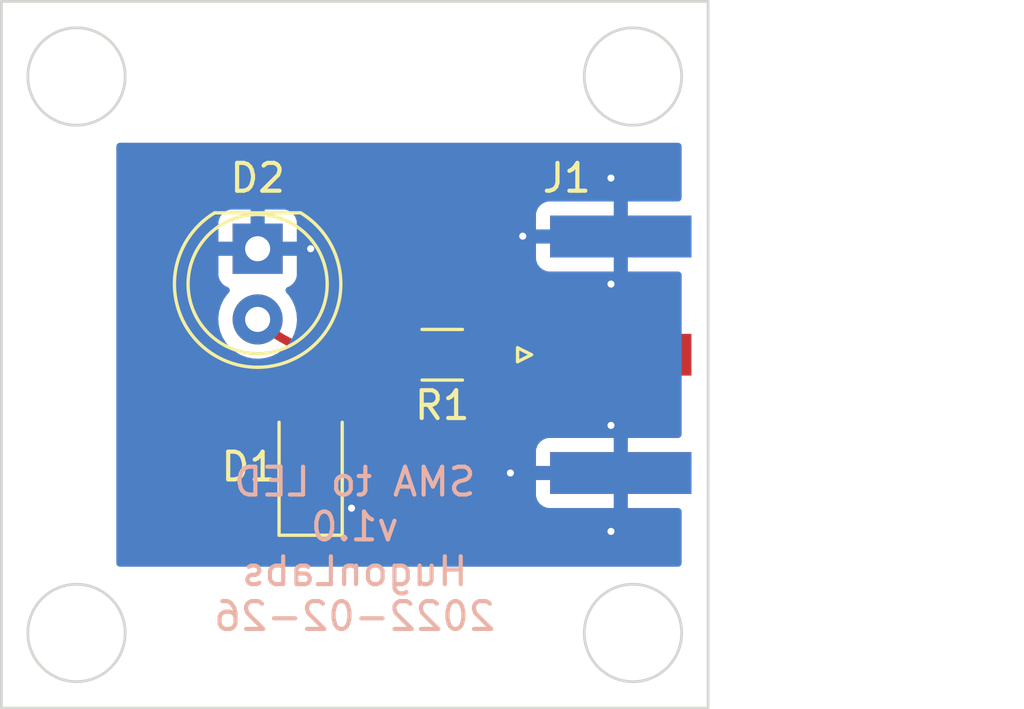
<source format=kicad_pcb>
(kicad_pcb (version 20211014) (generator pcbnew)
  (title_block (title "SMA to LED") (date "2022-02-26") (rev "1.0") (company "Hugon Labs"))
  (layers (0 "F.Cu" signal) (31 "B.Cu" signal) (34 "B.Paste" user) (35 "F.Paste" user) (36 "B.SilkS" user "B.Silkscreen") (37 "F.SilkS" user "F.Silkscreen") (38 "B.Mask" user) (39 "F.Mask" user) (44 "Edge.Cuts" user))
  (net 0 "")
  (net 1 "GND")
  (net 2 "/RtoLED")
  (net 3 "/Vin")
  (footprint "Connector_Coaxial:SMA_Amphenol_132289_EdgeMount" (layer "F.Cu") (at 124.1775 88.9)
    (fp_text reference "J1" (at -1.9425 -6.35 180) (layer "F.SilkS"))
    (fp_text value "Conn_Coaxial")
    (fp_line (start -3.71 0.25) (end -3.21 0) (layer "F.SilkS") (width 0.12))
    (fp_line (start -3.71 -0.25) (end -3.71 0.25) (layer "F.SilkS") (width 0.12))
    (fp_line (start -3.21 0) (end -3.71 -0.25) (layer "F.SilkS") (width 0.12))
    (pad "1" smd rect (at 0 0 90) (size 1.5 5.08) (layers "F.Cu" "F.Paste" "F.Mask") (net 3 "/Vin"))
    (pad "2" smd rect (at 0 4.25 90) (size 1.5 5.08) (layers "F.Cu" "F.Paste" "F.Mask") (net 1 "GND"))
    (pad "2" smd rect (at 0 4.25 90) (size 1.5 5.08) (layers "B.Cu" "B.Paste" "B.Mask") (net 1 "GND"))
    (pad "2" smd rect (at 0 -4.25 90) (size 1.5 5.08) (layers "B.Cu" "B.Paste" "B.Mask") (net 1 "GND"))
    (pad "2" smd rect (at 0 -4.25 90) (size 1.5 5.08) (layers "F.Cu" "F.Paste" "F.Mask") (net 1 "GND"))
  )
  (footprint "LED_SMD:LED_1206_3216Metric_Pad1.42x1.75mm_HandSolder" (layer "F.Cu") (at 113.03 92.9275 90)
    (fp_text reference "D1" (at 0 -2.225 180) (layer "F.SilkS"))
    (fp_text value "LED")
    (fp_line (start -2.46 1.135) (end 1.6 1.135) (layer "F.SilkS") (width 0.12))
    (fp_line (start -2.46 -1.135) (end -2.46 1.135) (layer "F.SilkS") (width 0.12))
    (fp_line (start 1.6 -1.135) (end -2.46 -1.135) (layer "F.SilkS") (width 0.12))
    (pad "1" smd roundrect (at -1.4875 0 90) (size 1.425 1.75) (layers "F.Cu" "F.Paste" "F.Mask") (roundrect_rratio 0.1754392982) (net 1 "GND"))
    (pad "2" smd roundrect (at 1.4875 0 90) (size 1.425 1.75) (layers "F.Cu" "F.Paste" "F.Mask") (roundrect_rratio 0.1754392982) (net 2 "/RtoLED"))
  )
  (footprint "Resistor_SMD:R_1206_3216Metric_Pad1.30x1.75mm_HandSolder" (layer "F.Cu") (at 117.76 88.9 180)
    (fp_text reference "R1" (at 0 -1.82) (layer "F.SilkS"))
    (fp_text value "30R")
    (fp_line (start -0.727064 0.91) (end 0.727064 0.91) (layer "F.SilkS") (width 0.12))
    (fp_line (start -0.727064 -0.91) (end 0.727064 -0.91) (layer "F.SilkS") (width 0.12))
    (pad "1" smd roundrect (at -1.55 0 180) (size 1.3 1.75) (layers "F.Cu" "F.Paste" "F.Mask") (roundrect_rratio 0.1923076923) (net 3 "/Vin"))
    (pad "2" smd roundrect (at 1.55 0 180) (size 1.3 1.75) (layers "F.Cu" "F.Paste" "F.Mask") (roundrect_rratio 0.1923076923) (net 2 "/RtoLED"))
  )
  (footprint "LED_THT:LED_D5.0mm" (layer "F.Cu") (at 111.125 85.09 -90)
    (fp_text reference "D2" (at -2.54 0 180) (layer "F.SilkS"))
    (fp_text value "LED")
    (fp_line (start -1.29 -1.545) (end -1.29 1.545) (layer "F.SilkS") (width 0.12))
    (fp_arc (start 4.26 -0.000462) (mid 2.072002 2.880433) (end -1.29 1.54483) (layer "F.SilkS") (width 0.12))
    (fp_arc (start -1.29 -1.54483) (mid 2.072002 -2.880433) (end 4.26 0.000462) (layer "F.SilkS") (width 0.12))
    (fp_circle (center 1.27 0) (end 3.77 0) (layer "F.SilkS") (width 0.12) (fill none))
    (pad "1" thru_hole rect (at 0 0 270) (size 1.8 1.8) (drill 0.9) (layers *.Cu *.Mask) (net 1 "GND"))
    (pad "2" thru_hole circle (at 2.54 0 270) (size 1.8 1.8) (drill 0.9) (layers *.Cu *.Mask) (net 2 "/RtoLED"))
  )
  (gr_rect (start 101.915 76.2) (end 127.315 101.6) (layer "Edge.Cuts") (width 0.1) (fill none))
  (gr_circle (center 124.615 98.9) (end 126.365 98.9) (layer "Edge.Cuts") (width 0.1) (fill none))
  (gr_circle (center 104.615 78.9) (end 106.365 78.9) (layer "Edge.Cuts") (width 0.1) (fill none))
  (gr_circle (center 124.615 78.9) (end 126.365 78.9) (layer "Edge.Cuts") (width 0.1) (fill none))
  (gr_circle (center 104.615 98.9) (end 106.365 98.9) (layer "Edge.Cuts") (width 0.1) (fill none))
  (gr_text "SMA to LED\nv1.0\nHugonLabs\n2022-02-26" (at 114.615 95.885) (layer "B.SilkS") (effects (font (size 1 1)) (justify mirror)))
  (segment (start 117.55398 93.15) (end 120.21 93.15) (width 0.3048) (layer "F.Cu") (net 1))
  (segment (start 113.03 85.09) (end 111.125 85.09) (width 0.1524) (layer "F.Cu") (net 1))
  (segment (start 124.1775 84.65) (end 114.092253 84.65) (width 0.1524) (layer "F.Cu") (net 1))
  (segment (start 124.1775 92.29101) (end 124.1775 93.15) (width 0.1524) (layer "F.Cu") (net 1))
  (segment (start 113.03 94.415) (end 114.5 94.415) (width 0.3048) (layer "F.Cu") (net 1))
  (segment (start 124.1775 83.40101) (end 124.1775 84.65) (width 0.1524) (layer "F.Cu") (net 1))
  (segment (start 124.1775 85.50899) (end 124.1775 84.65) (width 0.1524) (layer "F.Cu") (net 1))
  (segment (start 120.21 93.15) (end 124.1775 93.15) (width 0.3048) (layer "F.Cu") (net 1))
  (segment (start 124.1775 94.39899) (end 124.1775 93.15) (width 0.1524) (layer "F.Cu") (net 1))
  (via (at 123.825 95.25) (size 0.508) (drill 0.254) (layers "F.Cu" "B.Cu") (net 1))
  (via (at 123.825 91.44) (size 0.508) (drill 0.254) (layers "F.Cu" "B.Cu") (net 1))
  (via (at 123.825 86.36) (size 0.508) (drill 0.254) (layers "F.Cu" "B.Cu") (net 1))
  (via (at 123.825 82.55) (size 0.508) (drill 0.254) (layers "F.Cu" "B.Cu") (net 1))
  (via (at 114.5 94.415) (size 0.508) (drill 0.254) (layers "F.Cu" "B.Cu") (net 1))
  (via (at 113.03 85.09) (size 0.508) (drill 0.254) (layers "F.Cu" "B.Cu") (net 1))
  (via (at 120.21 93.15) (size 0.508) (drill 0.254) (layers "F.Cu" "B.Cu") (net 1))
  (via (at 120.653266 84.637931) (size 0.508) (drill 0.254) (layers "F.Cu" "B.Cu") (net 1))
  (arc (start 123.825 91.44) (mid 124.085888 91.830447) (end 124.1775 92.29101) (width 0.1524) (layer "F.Cu") (net 1))
  (arc (start 123.825 86.36) (mid 124.085889 85.969553) (end 124.1775 85.50899) (width 0.1524) (layer "F.Cu") (net 1))
  (arc (start 123.825 95.25) (mid 124.085889 94.859553) (end 124.1775 94.39899) (width 0.1524) (layer "F.Cu") (net 1))
  (arc (start 114.092253 84.65) (mid 113.517366 84.764352) (end 113.03 85.09) (width 0.1524) (layer "F.Cu") (net 1))
  (arc (start 114.5 94.415) (mid 115.901178 93.478763) (end 117.55398 93.15) (width 0.3048) (layer "F.Cu") (net 1))
  (arc (start 123.825 82.55) (mid 124.085888 82.940447) (end 124.1775 83.40101) (width 0.1524) (layer "F.Cu") (net 1))
  (segment (start 116.21 88.9) (end 114.191051 88.9) (width 0.3048) (layer "F.Cu") (net 2))
  (segment (start 115.117451 89.352548) (end 113.03 91.44) (width 0.3048) (layer "F.Cu") (net 2))
  (arc (start 116.21 88.9) (mid 115.618717 89.017614) (end 115.117451 89.352548) (width 0.3048) (layer "F.Cu") (net 2))
  (arc (start 114.191051 88.9) (mid 112.531716 88.569938) (end 111.125 87.63) (width 0.3048) (layer "F.Cu") (net 2))
  (segment (start 119.31 88.9) (end 124.1775 88.9) (width 0.3048) (layer "F.Cu") (net 3))
  (zone (net 1) (net_name "GND") (layer "B.Cu") (name "Ground plane") (connect_pads (clearance 0.508)) (min_thickness 0.254) (fill yes (thermal_gap 0.508) (thermal_bridge_width 0.508))
    (polygon (pts (xy 126.365 96.52) (xy 106.045 96.52) (xy 106.045 81.28) (xy 126.365 81.28)))
  )
)
</source>
